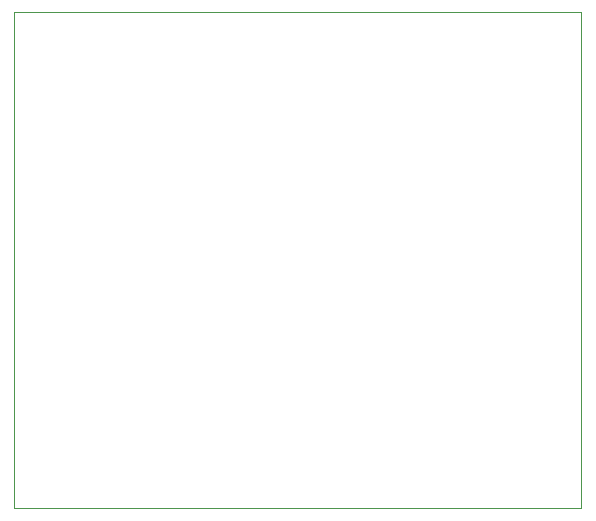
<source format=gm1>
G04 #@! TF.GenerationSoftware,KiCad,Pcbnew,9.0.2-9.0.2-0~ubuntu24.04.1*
G04 #@! TF.CreationDate,2025-05-09T21:26:21+01:00*
G04 #@! TF.ProjectId,can-bus-kicad,63616e2d-6275-4732-9d6b-696361642e6b,rev?*
G04 #@! TF.SameCoordinates,Original*
G04 #@! TF.FileFunction,Profile,NP*
%FSLAX46Y46*%
G04 Gerber Fmt 4.6, Leading zero omitted, Abs format (unit mm)*
G04 Created by KiCad (PCBNEW 9.0.2-9.0.2-0~ubuntu24.04.1) date 2025-05-09 21:26:21*
%MOMM*%
%LPD*%
G01*
G04 APERTURE LIST*
G04 #@! TA.AperFunction,Profile*
%ADD10C,0.038100*%
G04 #@! TD*
G04 APERTURE END LIST*
D10*
X95080000Y-68400000D02*
X143080000Y-68400000D01*
X143080000Y-110400000D01*
X95080000Y-110400000D01*
X95080000Y-68400000D01*
M02*

</source>
